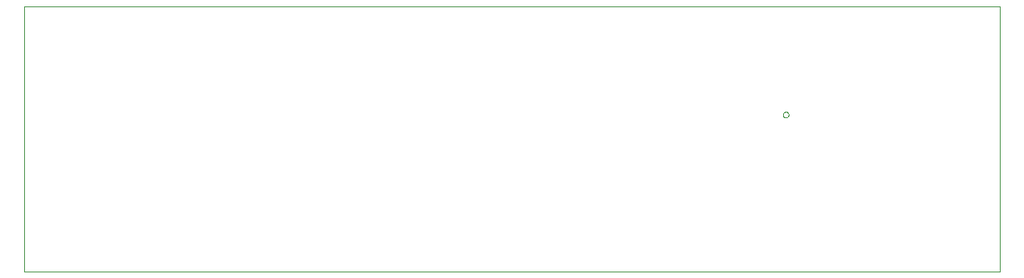
<source format=gko>
G75*
%MOIN*%
%OFA0B0*%
%FSLAX24Y24*%
%IPPOS*%
%LPD*%
%AMOC8*
5,1,8,0,0,1.08239X$1,22.5*
%
%ADD10C,0.0000*%
D10*
X000680Y001180D02*
X000680Y012176D01*
X041050Y012176D01*
X041050Y001180D01*
X000680Y001180D01*
X032062Y007680D02*
X032064Y007701D01*
X032070Y007721D01*
X032079Y007741D01*
X032091Y007758D01*
X032106Y007772D01*
X032124Y007784D01*
X032144Y007792D01*
X032164Y007797D01*
X032185Y007798D01*
X032206Y007795D01*
X032226Y007789D01*
X032245Y007778D01*
X032262Y007765D01*
X032275Y007749D01*
X032286Y007731D01*
X032294Y007711D01*
X032298Y007691D01*
X032298Y007669D01*
X032294Y007649D01*
X032286Y007629D01*
X032275Y007611D01*
X032262Y007595D01*
X032245Y007582D01*
X032226Y007571D01*
X032206Y007565D01*
X032185Y007562D01*
X032164Y007563D01*
X032144Y007568D01*
X032124Y007576D01*
X032106Y007588D01*
X032091Y007602D01*
X032079Y007619D01*
X032070Y007639D01*
X032064Y007659D01*
X032062Y007680D01*
M02*

</source>
